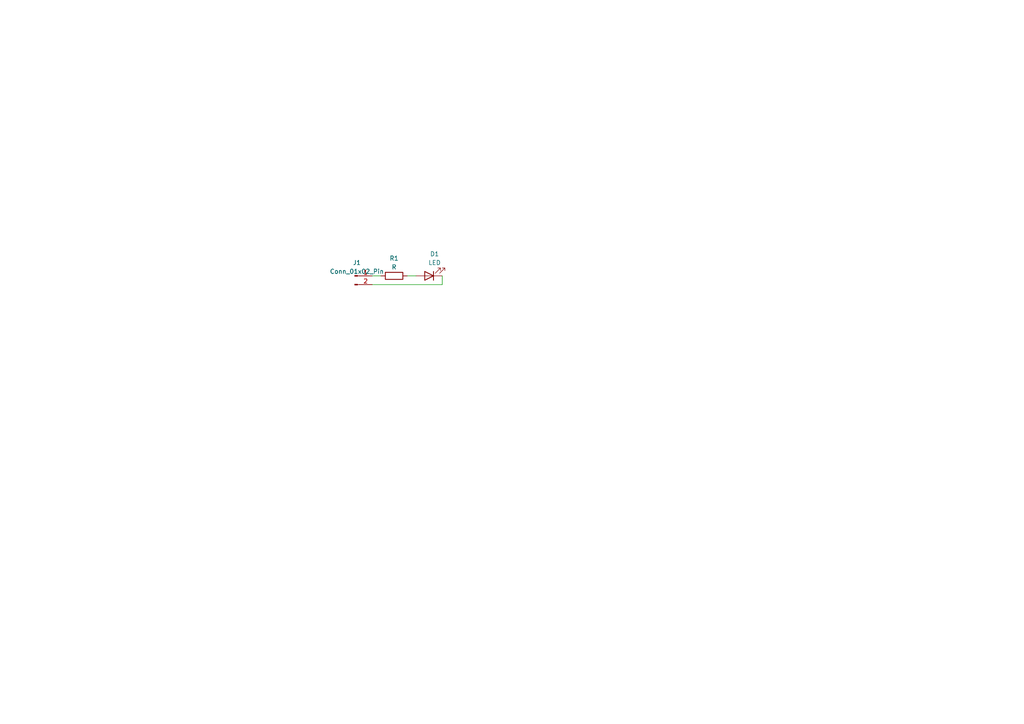
<source format=kicad_sch>
(kicad_sch (version 20230121) (generator eeschema)

  (uuid 7b330a95-7c35-4bd2-b1ac-b516440d1994)

  (paper "A4")

  (lib_symbols
    (symbol "Connector:Conn_01x02_Pin" (pin_names (offset 1.016) hide) (in_bom yes) (on_board yes)
      (property "Reference" "J" (at 0 2.54 0)
        (effects (font (size 1.27 1.27)))
      )
      (property "Value" "Conn_01x02_Pin" (at 0 -5.08 0)
        (effects (font (size 1.27 1.27)))
      )
      (property "Footprint" "" (at 0 0 0)
        (effects (font (size 1.27 1.27)) hide)
      )
      (property "Datasheet" "~" (at 0 0 0)
        (effects (font (size 1.27 1.27)) hide)
      )
      (property "ki_locked" "" (at 0 0 0)
        (effects (font (size 1.27 1.27)))
      )
      (property "ki_keywords" "connector" (at 0 0 0)
        (effects (font (size 1.27 1.27)) hide)
      )
      (property "ki_description" "Generic connector, single row, 01x02, script generated" (at 0 0 0)
        (effects (font (size 1.27 1.27)) hide)
      )
      (property "ki_fp_filters" "Connector*:*_1x??_*" (at 0 0 0)
        (effects (font (size 1.27 1.27)) hide)
      )
      (symbol "Conn_01x02_Pin_1_1"
        (polyline
          (pts
            (xy 1.27 -2.54)
            (xy 0.8636 -2.54)
          )
          (stroke (width 0.1524) (type default))
          (fill (type none))
        )
        (polyline
          (pts
            (xy 1.27 0)
            (xy 0.8636 0)
          )
          (stroke (width 0.1524) (type default))
          (fill (type none))
        )
        (rectangle (start 0.8636 -2.413) (end 0 -2.667)
          (stroke (width 0.1524) (type default))
          (fill (type outline))
        )
        (rectangle (start 0.8636 0.127) (end 0 -0.127)
          (stroke (width 0.1524) (type default))
          (fill (type outline))
        )
        (pin passive line (at 5.08 0 180) (length 3.81)
          (name "Pin_1" (effects (font (size 1.27 1.27))))
          (number "1" (effects (font (size 1.27 1.27))))
        )
        (pin passive line (at 5.08 -2.54 180) (length 3.81)
          (name "Pin_2" (effects (font (size 1.27 1.27))))
          (number "2" (effects (font (size 1.27 1.27))))
        )
      )
    )
    (symbol "Device:LED" (pin_numbers hide) (pin_names (offset 1.016) hide) (in_bom yes) (on_board yes)
      (property "Reference" "D" (at 0 2.54 0)
        (effects (font (size 1.27 1.27)))
      )
      (property "Value" "LED" (at 0 -2.54 0)
        (effects (font (size 1.27 1.27)))
      )
      (property "Footprint" "" (at 0 0 0)
        (effects (font (size 1.27 1.27)) hide)
      )
      (property "Datasheet" "~" (at 0 0 0)
        (effects (font (size 1.27 1.27)) hide)
      )
      (property "ki_keywords" "LED diode" (at 0 0 0)
        (effects (font (size 1.27 1.27)) hide)
      )
      (property "ki_description" "Light emitting diode" (at 0 0 0)
        (effects (font (size 1.27 1.27)) hide)
      )
      (property "ki_fp_filters" "LED* LED_SMD:* LED_THT:*" (at 0 0 0)
        (effects (font (size 1.27 1.27)) hide)
      )
      (symbol "LED_0_1"
        (polyline
          (pts
            (xy -1.27 -1.27)
            (xy -1.27 1.27)
          )
          (stroke (width 0.254) (type default))
          (fill (type none))
        )
        (polyline
          (pts
            (xy -1.27 0)
            (xy 1.27 0)
          )
          (stroke (width 0) (type default))
          (fill (type none))
        )
        (polyline
          (pts
            (xy 1.27 -1.27)
            (xy 1.27 1.27)
            (xy -1.27 0)
            (xy 1.27 -1.27)
          )
          (stroke (width 0.254) (type default))
          (fill (type none))
        )
        (polyline
          (pts
            (xy -3.048 -0.762)
            (xy -4.572 -2.286)
            (xy -3.81 -2.286)
            (xy -4.572 -2.286)
            (xy -4.572 -1.524)
          )
          (stroke (width 0) (type default))
          (fill (type none))
        )
        (polyline
          (pts
            (xy -1.778 -0.762)
            (xy -3.302 -2.286)
            (xy -2.54 -2.286)
            (xy -3.302 -2.286)
            (xy -3.302 -1.524)
          )
          (stroke (width 0) (type default))
          (fill (type none))
        )
      )
      (symbol "LED_1_1"
        (pin passive line (at -3.81 0 0) (length 2.54)
          (name "K" (effects (font (size 1.27 1.27))))
          (number "1" (effects (font (size 1.27 1.27))))
        )
        (pin passive line (at 3.81 0 180) (length 2.54)
          (name "A" (effects (font (size 1.27 1.27))))
          (number "2" (effects (font (size 1.27 1.27))))
        )
      )
    )
    (symbol "Device:R" (pin_numbers hide) (pin_names (offset 0)) (in_bom yes) (on_board yes)
      (property "Reference" "R" (at 2.032 0 90)
        (effects (font (size 1.27 1.27)))
      )
      (property "Value" "R" (at 0 0 90)
        (effects (font (size 1.27 1.27)))
      )
      (property "Footprint" "" (at -1.778 0 90)
        (effects (font (size 1.27 1.27)) hide)
      )
      (property "Datasheet" "~" (at 0 0 0)
        (effects (font (size 1.27 1.27)) hide)
      )
      (property "ki_keywords" "R res resistor" (at 0 0 0)
        (effects (font (size 1.27 1.27)) hide)
      )
      (property "ki_description" "Resistor" (at 0 0 0)
        (effects (font (size 1.27 1.27)) hide)
      )
      (property "ki_fp_filters" "R_*" (at 0 0 0)
        (effects (font (size 1.27 1.27)) hide)
      )
      (symbol "R_0_1"
        (rectangle (start -1.016 -2.54) (end 1.016 2.54)
          (stroke (width 0.254) (type default))
          (fill (type none))
        )
      )
      (symbol "R_1_1"
        (pin passive line (at 0 3.81 270) (length 1.27)
          (name "~" (effects (font (size 1.27 1.27))))
          (number "1" (effects (font (size 1.27 1.27))))
        )
        (pin passive line (at 0 -3.81 90) (length 1.27)
          (name "~" (effects (font (size 1.27 1.27))))
          (number "2" (effects (font (size 1.27 1.27))))
        )
      )
    )
  )


  (wire (pts (xy 107.95 80.01) (xy 110.49 80.01))
    (stroke (width 0) (type default))
    (uuid 70c1b04b-56a7-49f3-bc70-458ed4c2a4e4)
  )
  (wire (pts (xy 118.11 80.01) (xy 120.65 80.01))
    (stroke (width 0) (type default))
    (uuid 8f716cbe-cb6b-4269-8bf3-8e69325036da)
  )
  (wire (pts (xy 128.27 80.01) (xy 128.27 82.55))
    (stroke (width 0) (type default))
    (uuid cc1d3c4f-2d14-4647-889f-233a7b87e509)
  )
  (wire (pts (xy 107.95 82.55) (xy 128.27 82.55))
    (stroke (width 0) (type default))
    (uuid f0bb506c-9d5a-4459-ad86-638bff7e47cf)
  )

  (symbol (lib_id "Connector:Conn_01x02_Pin") (at 102.87 80.01 0) (unit 1)
    (in_bom yes) (on_board yes) (dnp no) (fields_autoplaced)
    (uuid 1c014b45-7138-4f0a-89f0-dfc51dc31636)
    (property "Reference" "J1" (at 103.505 76.2 0)
      (effects (font (size 1.27 1.27)))
    )
    (property "Value" "Conn_01x02_Pin" (at 103.505 78.74 0)
      (effects (font (size 1.27 1.27)))
    )
    (property "Footprint" "Connector_PinHeader_1.00mm:PinHeader_1x02_P1.00mm_Vertical" (at 102.87 80.01 0)
      (effects (font (size 1.27 1.27)) hide)
    )
    (property "Datasheet" "~" (at 102.87 80.01 0)
      (effects (font (size 1.27 1.27)) hide)
    )
    (pin "1" (uuid 7b927c2f-0d0c-4ea3-90bc-0062f60aa36a))
    (pin "2" (uuid c2b59986-b37b-4f20-97c3-1cb1cf1f1df6))
    (instances
      (project "led with pmw"
        (path "/7b330a95-7c35-4bd2-b1ac-b516440d1994"
          (reference "J1") (unit 1)
        )
      )
    )
  )

  (symbol (lib_id "Device:LED") (at 124.46 80.01 180) (unit 1)
    (in_bom yes) (on_board yes) (dnp no) (fields_autoplaced)
    (uuid b0f6224f-735b-4b12-a033-6afc718a1fa1)
    (property "Reference" "D1" (at 126.0475 73.66 0)
      (effects (font (size 1.27 1.27)))
    )
    (property "Value" "LED" (at 126.0475 76.2 0)
      (effects (font (size 1.27 1.27)))
    )
    (property "Footprint" "LED_THT:LED_D3.0mm" (at 124.46 80.01 0)
      (effects (font (size 1.27 1.27)) hide)
    )
    (property "Datasheet" "~" (at 124.46 80.01 0)
      (effects (font (size 1.27 1.27)) hide)
    )
    (pin "1" (uuid d2f57129-c065-4b5c-a2c3-20833f7c616c))
    (pin "2" (uuid c4ddda75-3f59-44c7-8fa2-3eb821a6c1d0))
    (instances
      (project "led with pmw"
        (path "/7b330a95-7c35-4bd2-b1ac-b516440d1994"
          (reference "D1") (unit 1)
        )
      )
    )
  )

  (symbol (lib_id "Device:R") (at 114.3 80.01 90) (unit 1)
    (in_bom yes) (on_board yes) (dnp no) (fields_autoplaced)
    (uuid d8f2b214-59f8-42f9-a177-a8e010c499ec)
    (property "Reference" "R1" (at 114.3 74.93 90)
      (effects (font (size 1.27 1.27)))
    )
    (property "Value" "R" (at 114.3 77.47 90)
      (effects (font (size 1.27 1.27)))
    )
    (property "Footprint" "Resistor_THT:R_Axial_DIN0204_L3.6mm_D1.6mm_P5.08mm_Horizontal" (at 114.3 81.788 90)
      (effects (font (size 1.27 1.27)) hide)
    )
    (property "Datasheet" "~" (at 114.3 80.01 0)
      (effects (font (size 1.27 1.27)) hide)
    )
    (pin "1" (uuid 68f7f59d-0855-4382-99c2-c69b3c4acb88))
    (pin "2" (uuid c70a3de7-c423-436c-ad19-0ea6ef0bfad4))
    (instances
      (project "led with pmw"
        (path "/7b330a95-7c35-4bd2-b1ac-b516440d1994"
          (reference "R1") (unit 1)
        )
      )
    )
  )

  (sheet_instances
    (path "/" (page "1"))
  )
)

</source>
